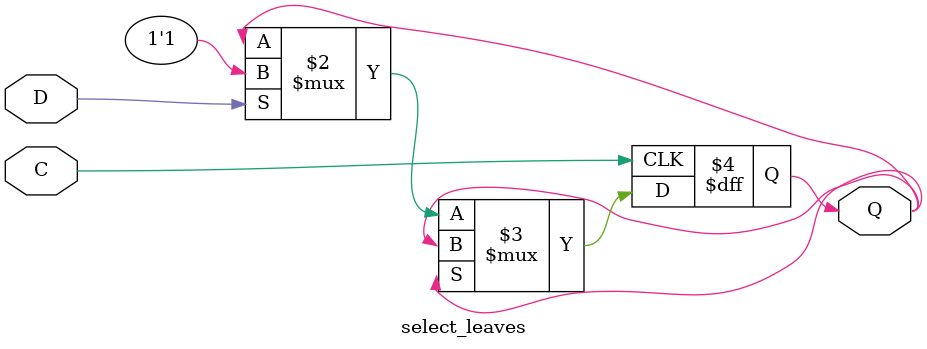
<source format=v>


module usb_tx_phy(clk, rst, DataOut_i, TxValid_i, hold_reg);

input		clk;
input		rst;
input		DataOut_i;
input		TxValid_i;
output reg	hold_reg;

reg		state, next_state;
reg		ld_sop_d;
reg		ld_data_d;

always @(posedge clk)
	if(ld_sop_d)
		hold_reg <= 0;
	else
		hold_reg <= DataOut_i;

always @(posedge clk)
	if(!rst)	state <= 0;
	else		state <= next_state;

always @(state or TxValid_i)
   begin
	next_state = state;

	ld_sop_d = 1'b0;
	ld_data_d = 1'b0;

	case(state)	// synopsys full_case parallel_case
	   0:
			if(TxValid_i)
			   begin
				ld_sop_d = 1'b1;
				next_state = 1;
			   end
	   1:
			if(TxValid_i)
			   begin
				ld_data_d = 1'b1;
				next_state = 0;
			   end
	endcase
   end

endmodule


// test case inspired by softusb_navre code:
// default not as last case

module default_cases(a, y);

input [2:0] a;
output reg [3:0] y;

always @* begin
	case (a)
		3'b000, 3'b111: y <= 0;
		default: y <= 4;
		3'b001: y <= 1;
		3'b010: y <= 2;
		3'b100: y <= 3;
	endcase
end

endmodule


// test case for muxtree with select on leaves

module select_leaves(input C, D, output reg Q);
	always @(posedge C)
		Q <= Q ? Q : D ? 1'b1 : Q;
endmodule


</source>
